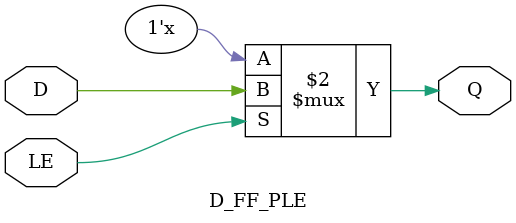
<source format=v>
module D_FF_PLE (D, LE, Q);
    input D,LE;
    output Q;
    reg Q;

    always @(D or LE) begin

        if (LE) begin
            Q <= D;
        end
        
    end

endmodule
</source>
